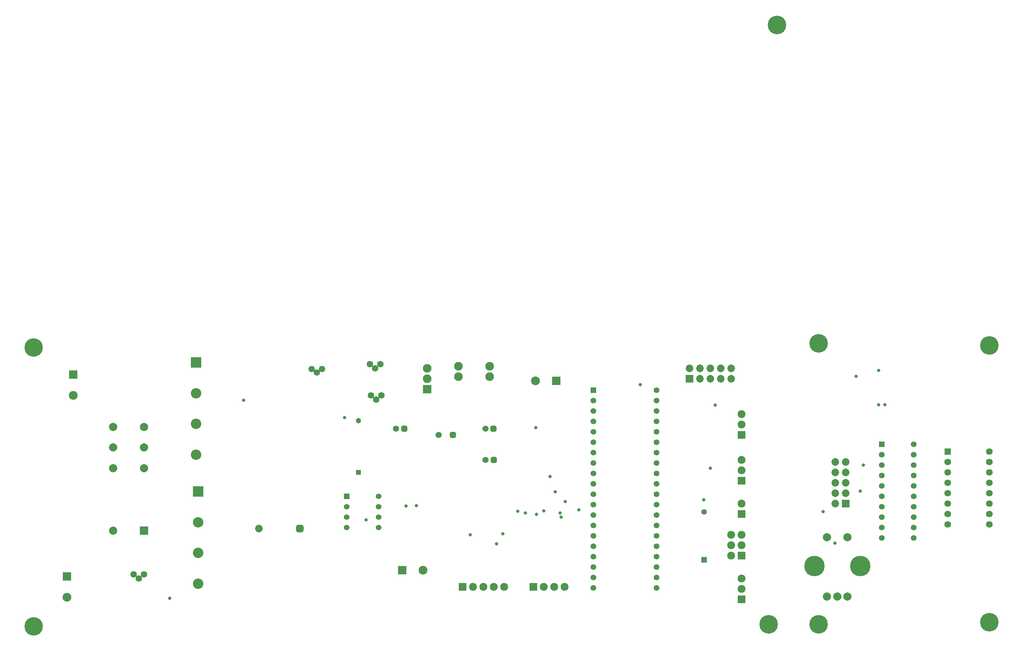
<source format=gbr>
G04*
G04 #@! TF.GenerationSoftware,Altium Limited,Altium Designer,22.4.2 (48)*
G04*
G04 Layer_Color=16711935*
%FSLAX25Y25*%
%MOIN*%
G70*
G04*
G04 #@! TF.SameCoordinates,EFB2AD4A-E9B5-4B68-97B7-9E8596F90355*
G04*
G04*
G04 #@! TF.FilePolarity,Negative*
G04*
G01*
G75*
%ADD32C,0.07296*%
%ADD33R,0.07296X0.07296*%
%ADD34C,0.06312*%
%ADD35C,0.19698*%
%ADD36C,0.07887*%
%ADD37C,0.08477*%
%ADD38R,0.08477X0.08477*%
%ADD39R,0.05485X0.05485*%
%ADD40C,0.05485*%
%ADD41C,0.06410*%
%ADD42R,0.06410X0.06410*%
%ADD43R,0.07296X0.07296*%
%ADD44R,0.07591X0.07591*%
%ADD45C,0.07591*%
%ADD46R,0.07591X0.07591*%
%ADD47C,0.05461*%
%ADD48R,0.05461X0.05461*%
%ADD49C,0.05328*%
%ADD50R,0.05328X0.05328*%
G04:AMPARAMS|DCode=51|XSize=59.18mil|YSize=59.18mil|CornerRadius=16.8mil|HoleSize=0mil|Usage=FLASHONLY|Rotation=0.000|XOffset=0mil|YOffset=0mil|HoleType=Round|Shape=RoundedRectangle|*
%AMROUNDEDRECTD51*
21,1,0.05918,0.02559,0,0,0.0*
21,1,0.02559,0.05918,0,0,0.0*
1,1,0.03359,0.01280,-0.01280*
1,1,0.03359,-0.01280,-0.01280*
1,1,0.03359,-0.01280,0.01280*
1,1,0.03359,0.01280,0.01280*
%
%ADD51ROUNDEDRECTD51*%
%ADD52C,0.05918*%
%ADD53R,0.08477X0.08477*%
G04:AMPARAMS|DCode=54|XSize=72.96mil|YSize=72.96mil|CornerRadius=20.24mil|HoleSize=0mil|Usage=FLASHONLY|Rotation=0.000|XOffset=0mil|YOffset=0mil|HoleType=Round|Shape=RoundedRectangle|*
%AMROUNDEDRECTD54*
21,1,0.07296,0.03248,0,0,0.0*
21,1,0.03248,0.07296,0,0,0.0*
1,1,0.04048,0.01624,-0.01624*
1,1,0.04048,-0.01624,-0.01624*
1,1,0.04048,-0.01624,0.01624*
1,1,0.04048,0.01624,0.01624*
%
%ADD54ROUNDEDRECTD54*%
%ADD55C,0.05359*%
%ADD56R,0.05359X0.05359*%
%ADD57R,0.07874X0.07874*%
%ADD58C,0.07874*%
%ADD59C,0.06115*%
%ADD60R,0.08359X0.08359*%
%ADD61C,0.08359*%
%ADD62C,0.08300*%
%ADD63C,0.05131*%
%ADD64R,0.05131X0.05131*%
%ADD65R,0.10013X0.10013*%
%ADD66C,0.10013*%
%ADD67C,0.03300*%
%ADD68C,0.17847*%
%ADD69C,0.17729*%
D32*
X844000Y508000D02*
D03*
X854000D02*
D03*
X844000Y498000D02*
D03*
X854000D02*
D03*
X844000Y488000D02*
D03*
X854000D02*
D03*
X844000Y478000D02*
D03*
X854000D02*
D03*
X844000Y468000D02*
D03*
X744000Y598000D02*
D03*
Y588000D02*
D03*
X734000Y598000D02*
D03*
Y588000D02*
D03*
X724000Y598000D02*
D03*
Y588000D02*
D03*
X714000Y598000D02*
D03*
Y588000D02*
D03*
X704000Y598000D02*
D03*
X290315Y444000D02*
D03*
D33*
X854000Y468000D02*
D03*
D34*
X408000Y572000D02*
D03*
X403000Y568063D02*
D03*
X398000Y572000D02*
D03*
X397000Y601937D02*
D03*
X402000Y598000D02*
D03*
X407000Y601937D02*
D03*
X170000Y400000D02*
D03*
X175000Y396063D02*
D03*
X180000Y400000D02*
D03*
D35*
X823953Y408000D02*
D03*
X868047D02*
D03*
D36*
X855843Y435559D02*
D03*
X836157D02*
D03*
X846000Y378472D02*
D03*
X855843D02*
D03*
X836157D02*
D03*
D37*
X106000Y378000D02*
D03*
X448000Y404000D02*
D03*
X556000Y586000D02*
D03*
X112000Y572000D02*
D03*
D38*
X106000Y398000D02*
D03*
X112000Y592000D02*
D03*
D39*
X888685Y525000D02*
D03*
D40*
Y515000D02*
D03*
Y505000D02*
D03*
Y495000D02*
D03*
Y485000D02*
D03*
Y475000D02*
D03*
Y465000D02*
D03*
Y455000D02*
D03*
Y445000D02*
D03*
Y435000D02*
D03*
X919315D02*
D03*
Y445000D02*
D03*
Y455000D02*
D03*
Y465000D02*
D03*
Y475000D02*
D03*
Y485000D02*
D03*
Y495000D02*
D03*
Y505000D02*
D03*
Y515000D02*
D03*
Y525000D02*
D03*
D41*
X992000Y518000D02*
D03*
Y508000D02*
D03*
Y498000D02*
D03*
Y488000D02*
D03*
Y478000D02*
D03*
Y468000D02*
D03*
Y458000D02*
D03*
Y448000D02*
D03*
X952000D02*
D03*
Y458000D02*
D03*
Y468000D02*
D03*
Y478000D02*
D03*
Y488000D02*
D03*
Y498000D02*
D03*
Y508000D02*
D03*
D42*
Y518000D02*
D03*
D43*
X704000Y588000D02*
D03*
D44*
X754000Y418000D02*
D03*
Y534000D02*
D03*
Y490000D02*
D03*
Y458000D02*
D03*
Y376000D02*
D03*
D45*
X744000Y418000D02*
D03*
X754000Y428000D02*
D03*
X744000D02*
D03*
X754000Y438000D02*
D03*
X744000D02*
D03*
X754000Y554000D02*
D03*
Y544000D02*
D03*
X526000Y388000D02*
D03*
X516000D02*
D03*
X506000D02*
D03*
X496000D02*
D03*
X754000Y510000D02*
D03*
Y500000D02*
D03*
X584000Y388000D02*
D03*
X574000D02*
D03*
X564000D02*
D03*
X754000Y468000D02*
D03*
Y396000D02*
D03*
Y386000D02*
D03*
D46*
X486000Y388000D02*
D03*
X554000D02*
D03*
D47*
X672374Y577000D02*
D03*
Y567000D02*
D03*
Y557000D02*
D03*
Y547000D02*
D03*
Y537000D02*
D03*
Y527000D02*
D03*
Y517000D02*
D03*
Y507000D02*
D03*
Y497000D02*
D03*
Y487000D02*
D03*
Y477000D02*
D03*
Y467000D02*
D03*
Y457000D02*
D03*
Y447000D02*
D03*
Y437000D02*
D03*
Y427000D02*
D03*
Y417000D02*
D03*
Y407000D02*
D03*
Y397000D02*
D03*
Y387000D02*
D03*
X611626D02*
D03*
Y397000D02*
D03*
Y407000D02*
D03*
Y417000D02*
D03*
Y427000D02*
D03*
Y437000D02*
D03*
Y447000D02*
D03*
Y457000D02*
D03*
Y467000D02*
D03*
Y477000D02*
D03*
Y487000D02*
D03*
Y497000D02*
D03*
Y507000D02*
D03*
Y517000D02*
D03*
Y527000D02*
D03*
Y537000D02*
D03*
Y547000D02*
D03*
Y557000D02*
D03*
Y567000D02*
D03*
D48*
Y577000D02*
D03*
D49*
X718000Y460000D02*
D03*
D50*
Y413937D02*
D03*
D51*
X476890Y534000D02*
D03*
X515937Y510000D02*
D03*
X430000Y540000D02*
D03*
X515874D02*
D03*
D52*
X463110Y534000D02*
D03*
X508063Y510000D02*
D03*
X422126Y540000D02*
D03*
X508000D02*
D03*
D53*
X428000Y404000D02*
D03*
X576000Y586000D02*
D03*
D54*
X329685Y444000D02*
D03*
D55*
X405374Y475000D02*
D03*
Y465000D02*
D03*
Y455000D02*
D03*
Y445000D02*
D03*
X374626D02*
D03*
Y455000D02*
D03*
Y465000D02*
D03*
D56*
Y475000D02*
D03*
D57*
X180000Y441921D02*
D03*
D58*
X150472D02*
D03*
Y541685D02*
D03*
Y521843D02*
D03*
Y502000D02*
D03*
X180000Y541685D02*
D03*
Y521843D02*
D03*
Y502000D02*
D03*
D59*
X351000Y597346D02*
D03*
X346000Y594000D02*
D03*
X341000Y597346D02*
D03*
D60*
X452000Y578000D02*
D03*
D61*
Y588000D02*
D03*
Y598000D02*
D03*
D62*
X482000Y590000D02*
D03*
Y600000D02*
D03*
X512000D02*
D03*
Y590000D02*
D03*
D63*
X386000Y547606D02*
D03*
D64*
Y498000D02*
D03*
D65*
X232000Y479528D02*
D03*
X230000Y603528D02*
D03*
D66*
X232000Y450000D02*
D03*
Y420472D02*
D03*
Y390945D02*
D03*
X230000Y574000D02*
D03*
Y544472D02*
D03*
Y514945D02*
D03*
D67*
X843900Y430000D02*
D03*
X864226Y590226D02*
D03*
X891700Y562752D02*
D03*
X885689D02*
D03*
Y596000D02*
D03*
X579800Y458752D02*
D03*
X441622Y465752D02*
D03*
X570000Y493900D02*
D03*
X597900Y462000D02*
D03*
X871000Y505000D02*
D03*
X868100Y480000D02*
D03*
X493248Y438000D02*
D03*
X564100Y461000D02*
D03*
X539000Y460600D02*
D03*
X518900Y429400D02*
D03*
X557100Y457500D02*
D03*
X524752Y438800D02*
D03*
X556248Y540752D02*
D03*
X717800Y471600D02*
D03*
X584600Y469800D02*
D03*
X580700Y454900D02*
D03*
X546552Y458752D02*
D03*
X575000Y479200D02*
D03*
X431900Y465500D02*
D03*
X275900Y567100D02*
D03*
X393500Y452300D02*
D03*
X656700Y582100D02*
D03*
X372900Y550600D02*
D03*
X724132Y502000D02*
D03*
X204752Y377000D02*
D03*
X728700Y562500D02*
D03*
X832400Y460400D02*
D03*
D68*
X788000Y928000D02*
D03*
X780000Y352000D02*
D03*
X828000Y622000D02*
D03*
Y352000D02*
D03*
X992000Y620000D02*
D03*
Y354000D02*
D03*
D69*
X74000Y618000D02*
D03*
Y350000D02*
D03*
M02*

</source>
